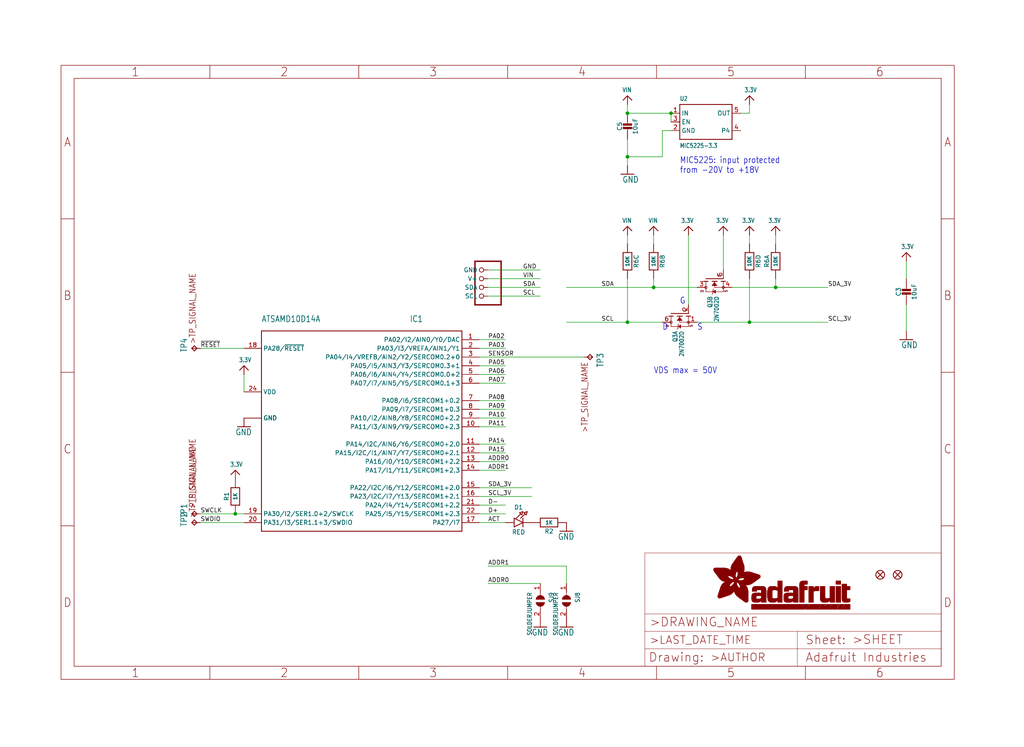
<source format=kicad_sch>
(kicad_sch (version 20211123) (generator eeschema)
  (paper "User" 298.45 217.881)
  (lib_symbols
    (symbol "eagleSchem-eagle-import:3.3V" (power)
      (property "Value" "3.3V" (at -1.524 1.016 0))
      (symbol "3.3V_1_0"
        (pin power_in line (at 0 -2.54 90) (length 2.54) (name "3.3V") (number "1"))
      )
    )
    (symbol "eagleSchem-eagle-import:ATSAMD10D14A"
      (property "Value" "ATSAMD10D14A" (at -27.94 30.48 0))
      (symbol "ATSAMD10D14A_1_0"
        (pin bidirectional line (at 35.56 25.4 180) (length 5.08) (name "PA02/I2/AIN0/Y0/DAC") (number "1"))
        (pin bidirectional line (at 35.56 0 180) (length 5.08) (name "PA11/I3/AIN9/Y9/SERCOM0+2.3") (number "10"))
        (pin bidirectional line (at 35.56 -5.08 180) (length 5.08) (name "PA14/I2C/AIN6/Y6/SERCOM0+2.0") (number "11"))
        (pin bidirectional line (at 35.56 -7.62 180) (length 5.08) (name "PA15/I2C/I1/AIN7/Y7/SERCOM0+2.1") (number "12"))
        (pin bidirectional line (at 35.56 -10.16 180) (length 5.08) (name "PA16/I0/Y10/SERCOM1+2.2") (number "13"))
        (pin bidirectional line (at 35.56 -12.7 180) (length 5.08) (name "PA17/I1/Y11/SERCOM1+2.3") (number "14"))
        (pin bidirectional line (at 35.56 -17.78 180) (length 5.08) (name "PA22/I2C/I6/Y12/SERCOM1+2.0") (number "15"))
        (pin bidirectional line (at 35.56 -20.32 180) (length 5.08) (name "PA23/I2C/I7/Y13/SERCOM1+2.1") (number "16"))
        (pin bidirectional line (at 35.56 -27.94 180) (length 5.08) (name "PA27/I7") (number "17"))
        (pin bidirectional line (at -33.02 22.86 0) (length 5.08) (name "PA28/~{RESET}") (number "18"))
        (pin bidirectional line (at -33.02 -25.4 0) (length 5.08) (name "PA30/I2/SER1.0+2/SWCLK") (number "19"))
        (pin bidirectional line (at 35.56 22.86 180) (length 5.08) (name "PA03/I3/VREFA/AIN1/Y1") (number "2"))
        (pin bidirectional line (at -33.02 -27.94 0) (length 5.08) (name "PA31/I3/SER1.1+3/SWDIO") (number "20"))
        (pin bidirectional line (at 35.56 -22.86 180) (length 5.08) (name "PA24/I4/Y14/SERCOM1+2.2") (number "21"))
        (pin bidirectional line (at 35.56 -25.4 180) (length 5.08) (name "PA25/I5/Y15/SERCOM1+2.3") (number "22"))
        (pin power_in line (at -33.02 2.54 0) (length 5.08) (name "GND") (number "23"))
        (pin power_in line (at -33.02 10.16 0) (length 5.08) (name "VDD") (number "24"))
        (pin bidirectional line (at 35.56 20.32 180) (length 5.08) (name "PA04/I4/VREFB/AIN2/Y2/SERCOM0.2+0") (number "3"))
        (pin bidirectional line (at 35.56 17.78 180) (length 5.08) (name "PA05/I5/AIN3/Y3/SERCOM0.3+1") (number "4"))
        (pin bidirectional line (at 35.56 15.24 180) (length 5.08) (name "PA06/I6/AIN4/Y4/SERCOM0.0+2") (number "5"))
        (pin bidirectional line (at 35.56 12.7 180) (length 5.08) (name "PA07/I7/AIN5/Y5/SERCOM0.1+3") (number "6"))
        (pin bidirectional line (at 35.56 7.62 180) (length 5.08) (name "PA08/I6/SERCOM1+0.2") (number "7"))
        (pin bidirectional line (at 35.56 5.08 180) (length 5.08) (name "PA09/I7/SERCOM1+0.3") (number "8"))
        (pin bidirectional line (at 35.56 2.54 180) (length 5.08) (name "PA10/I2/AIN8/Y8/SERCOM0+2.2") (number "9"))
        (pin power_in line (at -33.02 2.54 0) (length 5.08) (name "GND") (number "THERM"))
      )
    )
    (symbol "eagleSchem-eagle-import:CAP_CERAMIC0805-NOOUTLINE"
      (property "Reference" "C" (at -2.29 1.25 90))
      (property "Value" "CAP_CERAMIC0805-NOOUTLINE" (at 2.3 1.25 90))
      (symbol "CAP_CERAMIC0805-NOOUTLINE_1_0"
        (pin passive line (at 0 5.08 270) (length 2.54) (name "1") (number "1"))
        (pin passive line (at 0 -2.54 90) (length 2.54) (name "2") (number "2"))
      )
    )
    (symbol "eagleSchem-eagle-import:FIDUCIAL_1MM")
    (symbol "eagleSchem-eagle-import:FRAME_A4_ADAFRUIT"
      (symbol "FRAME_A4_ADAFRUIT_1_0"
        (text "1" (at 21.6958 1.905 0) (effects (font (size 2.54 2.286))))
        (text "1" (at 21.6958 177.165 0) (effects (font (size 2.54 2.286))))
        (text "2" (at 65.0875 1.905 0) (effects (font (size 2.54 2.286))))
        (text "2" (at 65.0875 177.165 0) (effects (font (size 2.54 2.286))))
        (text "3" (at 108.4792 1.905 0) (effects (font (size 2.54 2.286))))
        (text "3" (at 108.4792 177.165 0) (effects (font (size 2.54 2.286))))
        (text "4" (at 151.8708 1.905 0) (effects (font (size 2.54 2.286))))
        (text "4" (at 151.8708 177.165 0) (effects (font (size 2.54 2.286))))
        (text "5" (at 195.2625 1.905 0) (effects (font (size 2.54 2.286))))
        (text "5" (at 195.2625 177.165 0) (effects (font (size 2.54 2.286))))
        (text "6" (at 238.6542 1.905 0) (effects (font (size 2.54 2.286))))
        (text "6" (at 238.6542 177.165 0) (effects (font (size 2.54 2.286))))
        (text ">AUTHOR" (at 189.23 5.08 0) (effects (font (size 2.286 2.286)) (justify left bottom)))
        (text ">DRAWING_NAME" (at 171.45 15.24 0) (effects (font (size 2.54 2.54)) (justify left bottom)))
        (text ">LAST_DATE_TIME" (at 171.45 10.16 0) (effects (font (size 2.286 2.286)) (justify left bottom)))
        (text ">SHEET" (at 230.505 10.16 0) (effects (font (size 2.54 2.54)) (justify left bottom)))
        (text "A" (at 1.905 156.6863 0) (effects (font (size 2.54 2.286))))
        (text "A" (at 258.445 156.6863 0) (effects (font (size 2.54 2.286))))
        (text "Adafruit Industries" (at 216.916 4.953 0) (effects (font (size 2.54 2.54)) (justify left bottom)))
        (text "B" (at 1.905 111.9188 0) (effects (font (size 2.54 2.286))))
        (text "B" (at 258.445 111.9188 0) (effects (font (size 2.54 2.286))))
        (text "C" (at 1.905 67.1513 0) (effects (font (size 2.54 2.286))))
        (text "C" (at 258.445 67.1513 0) (effects (font (size 2.54 2.286))))
        (text "D" (at 1.905 22.3838 0) (effects (font (size 2.54 2.286))))
        (text "D" (at 258.445 22.3838 0) (effects (font (size 2.54 2.286))))
        (text "Drawing:" (at 171.196 4.953 0) (effects (font (size 2.54 2.54)) (justify left bottom)))
        (text "Sheet:" (at 216.916 10.033 0) (effects (font (size 2.54 2.54)) (justify left bottom)))
      )
    )
    (symbol "eagleSchem-eagle-import:GND" (power)
      (property "Value" "GND" (at -2.54 -2.54 0))
      (symbol "GND_1_0"
        (pin power_in line (at 0 2.54 270) (length 2.54) (name "GND") (number "1"))
      )
    )
    (symbol "eagleSchem-eagle-import:LED0805_NOOUTLINE"
      (property "Reference" "D" (at -1.27 4.445 0))
      (property "Value" "LED0805_NOOUTLINE" (at -1.27 -2.794 0))
      (symbol "LED0805_NOOUTLINE_1_0"
        (pin passive line (at -5.08 0 0) (length 2.54) (name "A") (number "A"))
        (pin passive line (at 2.54 0 180) (length 2.54) (name "C") (number "C"))
      )
    )
    (symbol "eagleSchem-eagle-import:MOSFET-N_DUAL"
      (property "Reference" "Q" (at 5.08 0.635 0))
      (property "Value" "MOSFET-N_DUAL" (at 5.08 -1.27 0))
      (symbol "MOSFET-N_DUAL_1_0"
        (text "D" (at 3.175 3.175 0) (effects (font (size 0.8128 0.6908)) (justify left bottom)))
        (text "G" (at -1.27 -1.905 0) (effects (font (size 0.8128 0.6908)) (justify left bottom)))
        (text "S" (at 3.175 -3.81 0) (effects (font (size 0.8128 0.6908)) (justify left bottom)))
        (pin bidirectional line (at 2.54 -5.08 90) (length 2.54) (name "S") (number "1"))
        (pin bidirectional line (at -2.54 -2.54 0) (length 2.54) (name "G") (number "2"))
        (pin bidirectional line (at 2.54 5.08 270) (length 2.54) (name "D") (number "6"))
      )
      (symbol "MOSFET-N_DUAL_2_0"
        (text "D" (at 3.175 3.175 0) (effects (font (size 0.8128 0.6908)) (justify left bottom)))
        (text "G" (at -1.27 -1.905 0) (effects (font (size 0.8128 0.6908)) (justify left bottom)))
        (text "S" (at 3.175 -3.81 0) (effects (font (size 0.8128 0.6908)) (justify left bottom)))
        (pin bidirectional line (at 2.54 5.08 270) (length 2.54) (name "D") (number "3"))
        (pin bidirectional line (at 2.54 -5.08 90) (length 2.54) (name "S") (number "4"))
        (pin bidirectional line (at -2.54 -2.54 0) (length 2.54) (name "G") (number "5"))
      )
    )
    (symbol "eagleSchem-eagle-import:RESISTOR_0603_NOOUT"
      (property "Reference" "R" (at 0 2.54 0))
      (property "Value" "RESISTOR_0603_NOOUT" (at 0 0 0))
      (symbol "RESISTOR_0603_NOOUT_1_0"
        (pin passive line (at -5.08 0 0) (length 2.54) (name "1") (number "1"))
        (pin passive line (at 5.08 0 180) (length 2.54) (name "2") (number "2"))
      )
    )
    (symbol "eagleSchem-eagle-import:RESISTOR_4PACK"
      (property "Reference" "R" (at 0 2.54 0))
      (property "Value" "RESISTOR_4PACK" (at 0 0 0))
      (symbol "RESISTOR_4PACK_1_0"
        (pin passive line (at -5.08 0 0) (length 2.54) (name "1") (number "1"))
        (pin passive line (at 5.08 0 180) (length 2.54) (name "2") (number "8"))
      )
      (symbol "RESISTOR_4PACK_2_0"
        (pin passive line (at -5.08 0 0) (length 2.54) (name "1") (number "2"))
        (pin passive line (at 5.08 0 180) (length 2.54) (name "2") (number "7"))
      )
      (symbol "RESISTOR_4PACK_3_0"
        (pin passive line (at -5.08 0 0) (length 2.54) (name "1") (number "3"))
        (pin passive line (at 5.08 0 180) (length 2.54) (name "2") (number "6"))
      )
      (symbol "RESISTOR_4PACK_4_0"
        (pin passive line (at -5.08 0 0) (length 2.54) (name "1") (number "4"))
        (pin passive line (at 5.08 0 180) (length 2.54) (name "2") (number "5"))
      )
    )
    (symbol "eagleSchem-eagle-import:SOLDERJUMPER"
      (property "Reference" "SJ" (at -2.54 2.54 0))
      (property "Value" "SOLDERJUMPER" (at -2.54 -3.81 0))
      (symbol "SOLDERJUMPER_1_0"
        (pin passive line (at -5.08 0 0) (length 2.54) (name "1") (number "1"))
        (pin passive line (at 5.08 0 180) (length 2.54) (name "2") (number "2"))
      )
    )
    (symbol "eagleSchem-eagle-import:STEMMA_I2C_RASMT"
      (symbol "STEMMA_I2C_RASMT_1_0"
        (pin passive inverted (at 0 5.08 0) (length 2.54) (name "GND") (number "1"))
        (pin passive inverted (at 0 2.54 0) (length 2.54) (name "V+") (number "2"))
        (pin passive inverted (at 0 0 0) (length 2.54) (name "SDA") (number "3"))
        (pin passive inverted (at 0 -2.54 0) (length 2.54) (name "SCL") (number "4"))
      )
      (symbol "STEMMA_I2C_RASMT_2_0"
        (pin bidirectional line (at 0 0 0) (length 5.08) (name "MT") (number "NC1"))
      )
      (symbol "STEMMA_I2C_RASMT_3_0"
        (pin bidirectional line (at 0 0 0) (length 5.08) (name "MT") (number "NC2"))
      )
    )
    (symbol "eagleSchem-eagle-import:TPTP10R"
      (property "Reference" "TP" (at -1.27 1.27 0))
      (symbol "TPTP10R_1_0"
        (text ">TP_SIGNAL_NAME" (at 1.27 -1.27 0) (effects (font (size 1.778 1.5113)) (justify left bottom)))
        (pin input line (at 0 -2.54 90) (length 2.54) (name "TP") (number "TP"))
      )
    )
    (symbol "eagleSchem-eagle-import:TPTP15R"
      (property "Reference" "TP" (at -1.27 1.27 0))
      (symbol "TPTP15R_1_0"
        (text ">TP_SIGNAL_NAME" (at 1.27 -1.27 0) (effects (font (size 1.778 1.5113)) (justify left bottom)))
        (pin input line (at 0 -2.54 90) (length 2.54) (name "TP") (number "TP"))
      )
    )
    (symbol "eagleSchem-eagle-import:VIN" (power)
      (property "Value" "VIN" (at -1.524 1.016 0))
      (symbol "VIN_1_0"
        (pin power_in line (at 0 -2.54 90) (length 2.54) (name "VIN") (number "1"))
      )
    )
    (symbol "eagleSchem-eagle-import:VREG_SOT23-5"
      (property "Reference" "U" (at -7.62 6.096 0))
      (property "Value" "VREG_SOT23-5" (at -7.62 -7.62 0))
      (symbol "VREG_SOT23-5_1_0"
        (pin power_in line (at -10.16 2.54 0) (length 2.54) (name "IN") (number "1"))
        (pin power_in line (at -10.16 -2.54 0) (length 2.54) (name "GND") (number "2"))
        (pin input line (at -10.16 0 0) (length 2.54) (name "EN") (number "3"))
        (pin bidirectional line (at 10.16 -2.54 180) (length 2.54) (name "P4") (number "4"))
        (pin power_in line (at 10.16 2.54 180) (length 2.54) (name "OUT") (number "5"))
      )
    )
  )
  (junction (at 182.88 45.72))
  (junction (at 182.88 33.02))
  (junction (at 190.5 83.82))
  (junction (at 218.44 93.98))
  (junction (at 226.06 83.82))
  (junction (at 182.88 93.98))
  (junction (at 68.58 149.86))
  (junction (at 195.58 33.02))
  (wire (pts (xy 139.7 134.62) (xy 147.32 134.62)))
  (wire (pts (xy 147.32 149.86) (xy 139.7 149.86)))
  (wire (pts (xy 139.7 144.78) (xy 154.94 144.78)))
  (wire (pts (xy 210.82 78.74) (xy 210.82 68.58)))
  (wire (pts (xy 147.32 119.38) (xy 139.7 119.38)))
  (wire (pts (xy 193.04 93.98) (xy 182.88 93.98)))
  (wire (pts (xy 139.7 152.4) (xy 147.32 152.4)))
  (wire (pts (xy 200.66 88.9) (xy 200.66 68.58)))
  (wire (pts (xy 190.5 83.82) (xy 165.1 83.82)))
  (wire (pts (xy 142.24 83.82) (xy 157.48 83.82)))
  (wire (pts (xy 142.24 165.1) (xy 165.1 165.1)))
  (wire (pts (xy 139.7 121.92) (xy 147.32 121.92)))
  (wire (pts (xy 157.48 81.28) (xy 142.24 81.28)))
  (wire (pts (xy 71.12 152.4) (xy 58.42 152.4)))
  (wire (pts (xy 182.88 45.72) (xy 182.88 48.26)))
  (wire (pts (xy 193.04 45.72) (xy 182.88 45.72)))
  (wire (pts (xy 147.32 101.6) (xy 139.7 101.6)))
  (wire (pts (xy 190.5 71.12) (xy 190.5 68.58)))
  (wire (pts (xy 139.7 99.06) (xy 147.32 99.06)))
  (wire (pts (xy 182.88 81.28) (xy 182.88 93.98)))
  (wire (pts (xy 147.32 106.68) (xy 139.7 106.68)))
  (wire (pts (xy 142.24 170.18) (xy 157.48 170.18)))
  (wire (pts (xy 195.58 38.1) (xy 193.04 38.1)))
  (wire (pts (xy 218.44 71.12) (xy 218.44 68.58)))
  (wire (pts (xy 218.44 81.28) (xy 218.44 93.98)))
  (wire (pts (xy 71.12 101.6) (xy 58.42 101.6)))
  (wire (pts (xy 71.12 109.22) (xy 71.12 114.3)))
  (wire (pts (xy 139.7 147.32) (xy 147.32 147.32)))
  (wire (pts (xy 182.88 30.48) (xy 182.88 33.02)))
  (wire (pts (xy 68.58 149.86) (xy 71.12 149.86)))
  (wire (pts (xy 195.58 33.02) (xy 182.88 33.02)))
  (wire (pts (xy 195.58 35.56) (xy 195.58 33.02)))
  (wire (pts (xy 147.32 137.16) (xy 139.7 137.16)))
  (wire (pts (xy 142.24 86.36) (xy 157.48 86.36)))
  (wire (pts (xy 165.1 165.1) (xy 165.1 170.18)))
  (wire (pts (xy 139.7 116.84) (xy 147.32 116.84)))
  (wire (pts (xy 182.88 93.98) (xy 165.1 93.98)))
  (wire (pts (xy 147.32 124.46) (xy 139.7 124.46)))
  (wire (pts (xy 213.36 83.82) (xy 226.06 83.82)))
  (wire (pts (xy 226.06 71.12) (xy 226.06 68.58)))
  (wire (pts (xy 226.06 81.28) (xy 226.06 83.82)))
  (wire (pts (xy 193.04 38.1) (xy 193.04 45.72)))
  (wire (pts (xy 182.88 45.72) (xy 182.88 40.64)))
  (wire (pts (xy 264.16 96.52) (xy 264.16 88.9)))
  (wire (pts (xy 139.7 129.54) (xy 147.32 129.54)))
  (wire (pts (xy 264.16 81.28) (xy 264.16 76.2)))
  (wire (pts (xy 215.9 33.02) (xy 218.44 33.02)))
  (wire (pts (xy 139.7 109.22) (xy 147.32 109.22)))
  (wire (pts (xy 203.2 83.82) (xy 190.5 83.82)))
  (wire (pts (xy 142.24 78.74) (xy 157.48 78.74)))
  (wire (pts (xy 147.32 111.76) (xy 139.7 111.76)))
  (wire (pts (xy 218.44 93.98) (xy 241.3 93.98)))
  (wire (pts (xy 147.32 132.08) (xy 139.7 132.08)))
  (wire (pts (xy 182.88 68.58) (xy 182.88 71.12)))
  (wire (pts (xy 226.06 83.82) (xy 241.3 83.82)))
  (wire (pts (xy 190.5 81.28) (xy 190.5 83.82)))
  (wire (pts (xy 58.42 149.86) (xy 68.58 149.86)))
  (wire (pts (xy 139.7 104.14) (xy 170.18 104.14)))
  (wire (pts (xy 203.2 93.98) (xy 218.44 93.98)))
  (wire (pts (xy 139.7 142.24) (xy 154.94 142.24)))
  (wire (pts (xy 218.44 33.02) (xy 218.44 30.48)))
  (text "G" (at 198.12 88.9 180) (effects (font (size 1.778 1.5113)) (justify left bottom)))
  (text "D" (at 193.04 96.52 180) (effects (font (size 1.778 1.5113)) (justify left bottom)))
  (text "S" (at 203.2 96.52 180) (effects (font (size 1.778 1.5113)) (justify left bottom)))
  (text "MIC5225: input protected\nfrom -20V to +18V" (at 198.12 50.8 180) (effects (font (size 1.778 1.5113)) (justify left bottom)))
  (text "VDS max = 50V" (at 190.5 109.22 180) (effects (font (size 1.778 1.5113)) (justify left bottom)))
  (label "SCL" (at 175.26 93.98 0) (effects (font (size 1.2446 1.2446))))
  (label "PA02" (at 142.24 99.06 0) (effects (font (size 1.2446 1.2446))))
  (label "~{RESET}" (at 58.42 101.6 0) (effects (font (size 1.2446 1.2446))))
  (label "GND" (at 152.4 78.74 0) (effects (font (size 1.2446 1.2446))))
  (label "D+" (at 142.24 149.86 0) (effects (font (size 1.2446 1.2446))))
  (label "ADDR0" (at 142.24 134.62 0) (effects (font (size 1.2446 1.2446))))
  (label "SCL_3V" (at 142.24 144.78 0) (effects (font (size 1.2446 1.2446))))
  (label "VIN" (at 152.4 81.28 0) (effects (font (size 1.2446 1.2446))))
  (label "ADDR0" (at 142.24 170.18 0) (effects (font (size 1.2446 1.2446))))
  (label "SENSOR" (at 142.24 104.14 0) (effects (font (size 1.2446 1.2446))))
  (label "SWCLK" (at 58.42 149.86 0) (effects (font (size 1.2446 1.2446))))
  (label "PA03" (at 142.24 101.6 0) (effects (font (size 1.2446 1.2446))))
  (label "PA09" (at 142.24 119.38 0) (effects (font (size 1.2446 1.2446))))
  (label "D-" (at 142.24 147.32 0) (effects (font (size 1.2446 1.2446))))
  (label "SCL" (at 152.4 86.36 0) (effects (font (size 1.2446 1.2446))))
  (label "SCL_3V" (at 241.3 93.98 0) (effects (font (size 1.2446 1.2446))))
  (label "PA11" (at 142.24 124.46 0) (effects (font (size 1.2446 1.2446))))
  (label "PA10" (at 142.24 121.92 0) (effects (font (size 1.2446 1.2446))))
  (label "PA07" (at 142.24 111.76 0) (effects (font (size 1.2446 1.2446))))
  (label "SDA" (at 152.4 83.82 0) (effects (font (size 1.2446 1.2446))))
  (label "PA15" (at 142.24 132.08 0) (effects (font (size 1.2446 1.2446))))
  (label "PA05" (at 142.24 106.68 0) (effects (font (size 1.2446 1.2446))))
  (label "PA08" (at 142.24 116.84 0) (effects (font (size 1.2446 1.2446))))
  (label "SDA_3V" (at 241.3 83.82 0) (effects (font (size 1.2446 1.2446))))
  (label "ADDR1" (at 142.24 165.1 0) (effects (font (size 1.2446 1.2446))))
  (label "PA06" (at 142.24 109.22 0) (effects (font (size 1.2446 1.2446))))
  (label "ACT" (at 142.24 152.4 0) (effects (font (size 1.2446 1.2446))))
  (label "SDA_3V" (at 142.24 142.24 0) (effects (font (size 1.2446 1.2446))))
  (label "PA14" (at 142.24 129.54 0) (effects (font (size 1.2446 1.2446))))
  (label "SDA" (at 175.26 83.82 0) (effects (font (size 1.2446 1.2446))))
  (label "SWDIO" (at 58.42 152.4 0) (effects (font (size 1.2446 1.2446))))
  (label "ADDR1" (at 142.24 137.16 0) (effects (font (size 1.2446 1.2446))))
  (symbol (lib_id "eagleSchem-eagle-import:3.3V") (at 226.06 66.04 0) (mirror y) (unit 1)
    (property "Reference" "#U$15" (effects hide))
    (property "Value" "3.3V" (at 227.584 65.024 0) (effects (font (size 1.27 1.0795)) (justify left bottom)))
    (property "Footprint" "eagleSchem:" (effects hide))
  )
  (symbol (lib_id "eagleSchem-eagle-import:TPTP15R") (at 55.88 101.6 90) (unit 1)
    (property "Reference" "TP4" (at 54.61 102.87 0) (effects (font (size 1.778 1.5113)) (justify left bottom)))
    (property "Value" "TPTP15R" (effects hide))
    (property "Footprint" "eagleSchem:TP15R" (effects hide))
  )
  (symbol (lib_id "eagleSchem-eagle-import:GND") (at 165.1 154.94 0) (unit 1)
    (property "Reference" "#GND10" (effects hide))
    (property "Value" "GND" (at 162.56 157.48 0) (effects (font (size 1.778 1.5113)) (justify left bottom)))
    (property "Footprint" "eagleSchem:" (effects hide))
  )
  (symbol (lib_id "eagleSchem-eagle-import:LED0805_NOOUTLINE") (at 152.4 152.4 0) (unit 1)
    (property "Reference" "D1" (at 151.13 147.955 0))
    (property "Value" "RED" (at 151.13 155.194 0))
    (property "Footprint" "eagleSchem:CHIPLED_0805_NOOUTLINE" (effects hide))
  )
  (symbol (lib_id "eagleSchem-eagle-import:RESISTOR_4PACK") (at 182.88 76.2 270) (unit 3)
    (property "Reference" "R6" (at 185.42 76.2 0))
    (property "Value" "10K" (at 182.88 76.2 0) (effects (font (size 1.016 1.016) bold)))
    (property "Footprint" "eagleSchem:RESPACK_4X0603" (effects hide))
  )
  (symbol (lib_id "eagleSchem-eagle-import:CAP_CERAMIC0805-NOOUTLINE") (at 264.16 86.36 0) (unit 1)
    (property "Reference" "C3" (at 261.87 85.11 90))
    (property "Value" "10uF" (at 266.46 85.11 90))
    (property "Footprint" "eagleSchem:0805-NO" (effects hide))
  )
  (symbol (lib_id "eagleSchem-eagle-import:ATSAMD10D14A") (at 104.14 124.46 0) (unit 1)
    (property "Reference" "IC1" (at 119.38 93.98 0) (effects (font (size 1.778 1.5113)) (justify left bottom)))
    (property "Value" "ATSAMD10D14A" (at 76.2 93.98 0) (effects (font (size 1.778 1.5113)) (justify left bottom)))
    (property "Footprint" "eagleSchem:QFN24_4MM" (effects hide))
  )
  (symbol (lib_id "eagleSchem-eagle-import:GND") (at 182.88 50.8 0) (unit 1)
    (property "Reference" "#U$14" (effects hide))
    (property "Value" "GND" (at 181.356 53.34 0) (effects (font (size 1.778 1.5113)) (justify left bottom)))
    (property "Footprint" "eagleSchem:" (effects hide))
  )
  (symbol (lib_id "eagleSchem-eagle-import:SOLDERJUMPER") (at 157.48 175.26 270) (unit 1)
    (property "Reference" "SJ9" (at 160.02 172.72 0) (effects (font (size 1.27 1.0795)) (justify left bottom)))
    (property "Value" "SOLDERJUMPER" (at 153.67 172.72 0) (effects (font (size 1.27 1.0795)) (justify left bottom)))
    (property "Footprint" "eagleSchem:SOLDERJUMPER_ARROW_NOPASTE" (effects hide))
  )
  (symbol (lib_id "eagleSchem-eagle-import:FRAME_A4_ADAFRUIT") (at 17.78 198.12 0) (unit 1)
    (property "Reference" "#U$1" (effects hide))
    (property "Value" "FRAME_A4_ADAFRUIT" (effects hide))
    (property "Footprint" "eagleSchem:" (effects hide))
  )
  (symbol (lib_id "eagleSchem-eagle-import:MOSFET-N_DUAL") (at 198.12 91.44 90) (mirror x) (unit 1)
    (property "Reference" "Q3" (at 197.485 96.52 0) (effects (font (size 1.27 1.0795)) (justify left bottom)))
    (property "Value" "2N7002D" (at 199.39 96.52 0) (effects (font (size 1.27 1.0795)) (justify left bottom)))
    (property "Footprint" "eagleSchem:SOT363" (effects hide))
  )
  (symbol (lib_id "eagleSchem-eagle-import:GND") (at 264.16 99.06 0) (unit 1)
    (property "Reference" "#U$13" (effects hide))
    (property "Value" "GND" (at 262.636 101.6 0) (effects (font (size 1.778 1.5113)) (justify left bottom)))
    (property "Footprint" "eagleSchem:" (effects hide))
  )
  (symbol (lib_id "eagleSchem-eagle-import:VIN") (at 182.88 27.94 0) (unit 1)
    (property "Reference" "#U$19" (effects hide))
    (property "Value" "VIN" (at 181.356 26.924 0) (effects (font (size 1.27 1.0795)) (justify left bottom)))
    (property "Footprint" "eagleSchem:" (effects hide))
  )
  (symbol (lib_id "eagleSchem-eagle-import:CAP_CERAMIC0805-NOOUTLINE") (at 182.88 38.1 0) (unit 1)
    (property "Reference" "C5" (at 180.59 36.85 90))
    (property "Value" "10uF" (at 185.18 36.85 90))
    (property "Footprint" "eagleSchem:0805-NO" (effects hide))
  )
  (symbol (lib_id "eagleSchem-eagle-import:RESISTOR_4PACK") (at 226.06 76.2 90) (mirror x) (unit 1)
    (property "Reference" "R6" (at 223.52 76.2 0))
    (property "Value" "10K" (at 226.06 76.2 0) (effects (font (size 1.016 1.016) bold)))
    (property "Footprint" "eagleSchem:RESPACK_4X0603" (effects hide))
  )
  (symbol (lib_id "eagleSchem-eagle-import:TPTP15R") (at 55.88 152.4 90) (unit 1)
    (property "Reference" "TP2" (at 54.61 153.67 0) (effects (font (size 1.778 1.5113)) (justify left bottom)))
    (property "Value" "TPTP15R" (effects hide))
    (property "Footprint" "eagleSchem:TP15R" (effects hide))
  )
  (symbol (lib_id "eagleSchem-eagle-import:GND") (at 71.12 124.46 0) (unit 1)
    (property "Reference" "#GND1" (effects hide))
    (property "Value" "GND" (at 68.58 127 0) (effects (font (size 1.778 1.5113)) (justify left bottom)))
    (property "Footprint" "eagleSchem:" (effects hide))
  )
  (symbol (lib_id "eagleSchem-eagle-import:RESISTOR_4PACK") (at 190.5 76.2 270) (unit 2)
    (property "Reference" "R6" (at 193.04 76.2 0))
    (property "Value" "10K" (at 190.5 76.2 0) (effects (font (size 1.016 1.016) bold)))
    (property "Footprint" "eagleSchem:RESPACK_4X0603" (effects hide))
  )
  (symbol (lib_id "eagleSchem-eagle-import:RESISTOR_0603_NOOUT") (at 160.02 152.4 180) (unit 1)
    (property "Reference" "R2" (at 160.02 154.94 0))
    (property "Value" "1K" (at 160.02 152.4 0) (effects (font (size 1.016 1.016) bold)))
    (property "Footprint" "eagleSchem:0603-NO" (effects hide))
  )
  (symbol (lib_id "eagleSchem-eagle-import:3.3V") (at 218.44 27.94 0) (unit 1)
    (property "Reference" "#U$17" (effects hide))
    (property "Value" "3.3V" (at 216.916 26.924 0) (effects (font (size 1.27 1.0795)) (justify left bottom)))
    (property "Footprint" "eagleSchem:" (effects hide))
  )
  (symbol (lib_id "eagleSchem-eagle-import:3.3V") (at 264.16 73.66 0) (unit 1)
    (property "Reference" "#U$18" (effects hide))
    (property "Value" "3.3V" (at 262.636 72.644 0) (effects (font (size 1.27 1.0795)) (justify left bottom)))
    (property "Footprint" "eagleSchem:" (effects hide))
  )
  (symbol (lib_id "eagleSchem-eagle-import:GND") (at 165.1 182.88 0) (unit 1)
    (property "Reference" "#GND6" (effects hide))
    (property "Value" "GND" (at 162.56 185.42 0) (effects (font (size 1.778 1.5113)) (justify left bottom)))
    (property "Footprint" "eagleSchem:" (effects hide))
  )
  (symbol (lib_id "eagleSchem-eagle-import:3.3V") (at 68.58 137.16 0) (unit 1)
    (property "Reference" "#U$8" (effects hide))
    (property "Value" "3.3V" (at 67.056 136.144 0) (effects (font (size 1.27 1.0795)) (justify left bottom)))
    (property "Footprint" "eagleSchem:" (effects hide))
  )
  (symbol (lib_id "eagleSchem-eagle-import:3.3V") (at 218.44 66.04 0) (mirror y) (unit 1)
    (property "Reference" "#U$16" (effects hide))
    (property "Value" "3.3V" (at 219.964 65.024 0) (effects (font (size 1.27 1.0795)) (justify left bottom)))
    (property "Footprint" "eagleSchem:" (effects hide))
  )
  (symbol (lib_id "eagleSchem-eagle-import:TPTP10R") (at 172.72 104.14 270) (unit 1)
    (property "Reference" "TP3" (at 173.99 102.87 0) (effects (font (size 1.778 1.5113)) (justify left bottom)))
    (property "Value" "TPTP10R" (effects hide))
    (property "Footprint" "eagleSchem:TP10R" (effects hide))
  )
  (symbol (lib_id "eagleSchem-eagle-import:3.3V") (at 200.66 66.04 0) (mirror y) (unit 1)
    (property "Reference" "#U$20" (effects hide))
    (property "Value" "3.3V" (at 202.184 65.024 0) (effects (font (size 1.27 1.0795)) (justify left bottom)))
    (property "Footprint" "eagleSchem:" (effects hide))
  )
  (symbol (lib_id "eagleSchem-eagle-import:MOSFET-N_DUAL") (at 208.28 81.28 90) (mirror x) (unit 2)
    (property "Reference" "Q3" (at 207.645 86.36 0) (effects (font (size 1.27 1.0795)) (justify left bottom)))
    (property "Value" "2N7002D" (at 209.55 86.36 0) (effects (font (size 1.27 1.0795)) (justify left bottom)))
    (property "Footprint" "eagleSchem:SOT363" (effects hide))
  )
  (symbol (lib_id "eagleSchem-eagle-import:RESISTOR_0603_NOOUT") (at 68.58 144.78 90) (unit 1)
    (property "Reference" "R1" (at 66.04 144.78 0))
    (property "Value" "1K" (at 68.58 144.78 0) (effects (font (size 1.016 1.016) bold)))
    (property "Footprint" "eagleSchem:0603-NO" (effects hide))
  )
  (symbol (lib_id "eagleSchem-eagle-import:3.3V") (at 71.12 106.68 0) (unit 1)
    (property "Reference" "#U$3" (effects hide))
    (property "Value" "3.3V" (at 69.596 105.664 0) (effects (font (size 1.27 1.0795)) (justify left bottom)))
    (property "Footprint" "eagleSchem:" (effects hide))
  )
  (symbol (lib_id "eagleSchem-eagle-import:VIN") (at 190.5 66.04 0) (unit 1)
    (property "Reference" "#U$22" (effects hide))
    (property "Value" "VIN" (at 188.976 65.024 0) (effects (font (size 1.27 1.0795)) (justify left bottom)))
    (property "Footprint" "eagleSchem:" (effects hide))
  )
  (symbol (lib_id "eagleSchem-eagle-import:FIDUCIAL_1MM") (at 261.62 167.64 0) (unit 1)
    (property "Reference" "FID2" (effects hide))
    (property "Value" "FIDUCIAL_1MM" (effects hide))
    (property "Footprint" "eagleSchem:FIDUCIAL_1MM" (effects hide))
  )
  (symbol (lib_id "eagleSchem-eagle-import:3.3V") (at 210.82 66.04 0) (mirror y) (unit 1)
    (property "Reference" "#U$21" (effects hide))
    (property "Value" "3.3V" (at 212.344 65.024 0) (effects (font (size 1.27 1.0795)) (justify left bottom)))
    (property "Footprint" "eagleSchem:" (effects hide))
  )
  (symbol (lib_id "eagleSchem-eagle-import:FIDUCIAL_1MM") (at 256.54 167.64 0) (unit 1)
    (property "Reference" "FID1" (effects hide))
    (property "Value" "FIDUCIAL_1MM" (effects hide))
    (property "Footprint" "eagleSchem:FIDUCIAL_1MM" (effects hide))
  )
  (symbol (lib_id "eagleSchem-eagle-import:RESISTOR_4PACK") (at 218.44 76.2 270) (mirror x) (unit 4)
    (property "Reference" "R6" (at 220.98 76.2 0))
    (property "Value" "10K" (at 218.44 76.2 0) (effects (font (size 1.016 1.016) bold)))
    (property "Footprint" "eagleSchem:RESPACK_4X0603" (effects hide))
  )
  (symbol (lib_id "eagleSchem-eagle-import:VREG_SOT23-5") (at 205.74 35.56 0) (unit 1)
    (property "Reference" "U2" (at 198.12 29.464 0) (effects (font (size 1.27 1.0795)) (justify left bottom)))
    (property "Value" "MIC5225-3.3" (at 198.12 43.18 0) (effects (font (size 1.27 1.0795)) (justify left bottom)))
    (property "Footprint" "eagleSchem:SOT23-5" (effects hide))
  )
  (symbol (lib_id "eagleSchem-eagle-import:VIN") (at 182.88 66.04 0) (unit 1)
    (property "Reference" "#U$23" (effects hide))
    (property "Value" "VIN" (at 181.356 65.024 0) (effects (font (size 1.27 1.0795)) (justify left bottom)))
    (property "Footprint" "eagleSchem:" (effects hide))
  )
  (symbol (lib_id "eagleSchem-eagle-import:TPTP15R") (at 55.88 149.86 90) (unit 1)
    (property "Reference" "TP1" (at 54.61 151.13 0) (effects (font (size 1.778 1.5113)) (justify left bottom)))
    (property "Value" "TPTP15R" (effects hide))
    (property "Footprint" "eagleSchem:TP15R" (effects hide))
  )
  (symbol (lib_id "eagleSchem-eagle-import:STEMMA_I2C_RASMT") (at 142.24 83.82 0) (mirror y) (unit 1)
    (property "Reference" "X1" (effects hide))
    (property "Value" "STEMMA_I2C_RASMT" (effects hide))
    (property "Footprint" "eagleSchem:JSTPH4" (effects hide))
  )
  (symbol (lib_id "eagleSchem-eagle-import:SOLDERJUMPER") (at 165.1 175.26 270) (unit 1)
    (property "Reference" "SJ8" (at 167.64 172.72 0) (effects (font (size 1.27 1.0795)) (justify left bottom)))
    (property "Value" "SOLDERJUMPER" (at 161.29 172.72 0) (effects (font (size 1.27 1.0795)) (justify left bottom)))
    (property "Footprint" "eagleSchem:SOLDERJUMPER_ARROW_NOPASTE" (effects hide))
  )
  (symbol (lib_id "eagleSchem-eagle-import:GND") (at 157.48 182.88 0) (unit 1)
    (property "Reference" "#GND5" (effects hide))
    (property "Value" "GND" (at 154.94 185.42 0) (effects (font (size 1.778 1.5113)) (justify left bottom)))
    (property "Footprint" "eagleSchem:" (effects hide))
  )
)
</source>
